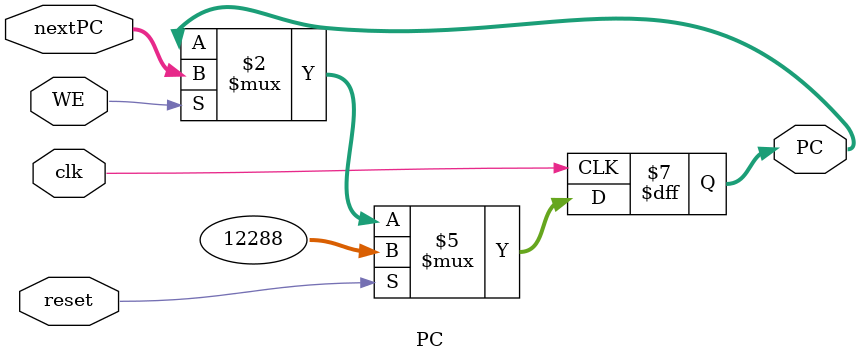
<source format=v>
`timescale 1ns / 1ps

module PC(
    input clk,
    input reset,
    input WE,
    input [31:0] nextPC,
    output reg [31:0] PC
    );

	always @(posedge clk)
		if (reset) PC <= 32'h0000_3000;
		else if (WE) PC <= nextPC;
		else;

endmodule

</source>
